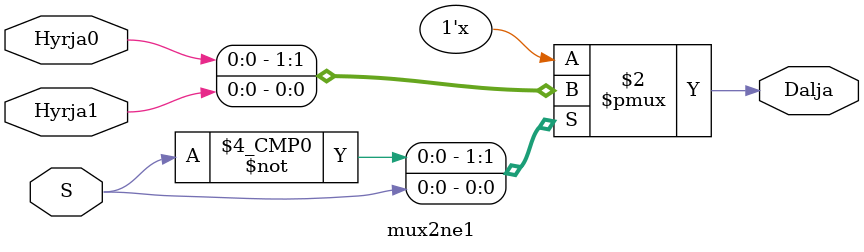
<source format=v>
`timescale 1ns / 1ps


module mux2ne1(
    input Hyrja0,
    input Hyrja1,
    input S,
    output reg Dalja
    );
    
//assign Dalja = S ? Hyrja1 : Hyrja0;
    
    always @* begin
        case (S)
            1'b0:  Dalja = Hyrja0;
            1'b1:  Dalja = Hyrja1;
        endcase
    end
endmodule

</source>
